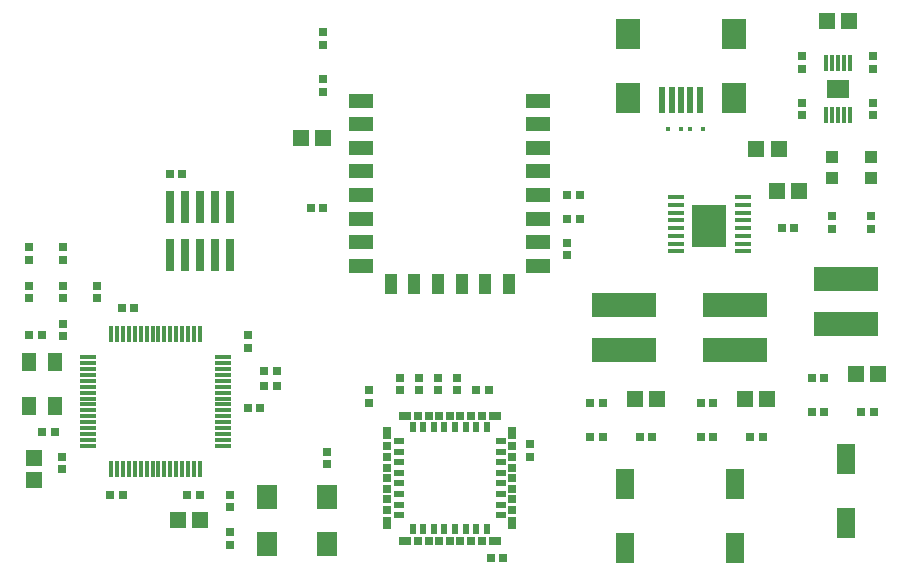
<source format=gtp>
G04 Layer_Color=8421504*
%FSLAX25Y25*%
%MOIN*%
G70*
G01*
G75*
%ADD10R,0.07402X0.06181*%
%ADD11R,0.01181X0.05512*%
%ADD12R,0.03000X0.03000*%
%ADD13R,0.05500X0.05200*%
%ADD14R,0.06400X0.10300*%
%ADD15R,0.03000X0.03000*%
%ADD16R,0.01693X0.01260*%
%ADD17R,0.04921X0.06299*%
%ADD18R,0.05200X0.05500*%
%ADD19R,0.01181X0.05807*%
%ADD20R,0.05807X0.01181*%
%ADD21R,0.02913X0.10984*%
%ADD22R,0.01969X0.03307*%
%ADD23R,0.03307X0.01969*%
%ADD24R,0.04331X0.02559*%
%ADD25R,0.02559X0.02559*%
%ADD26R,0.02559X0.04331*%
%ADD27R,0.04000X0.04000*%
%ADD28R,0.01969X0.08858*%
%ADD29R,0.07874X0.09843*%
%ADD30R,0.21654X0.08465*%
%ADD31R,0.07874X0.04724*%
%ADD32R,0.04331X0.06693*%
%ADD33R,0.07087X0.07874*%
%ADD34R,0.05800X0.01400*%
%ADD35R,0.11600X0.14100*%
D10*
X392913Y265650D02*
D03*
D11*
X388976Y274311D02*
D03*
X390945D02*
D03*
X392913D02*
D03*
X394882D02*
D03*
X396850D02*
D03*
Y256988D02*
D03*
X394882D02*
D03*
X392913D02*
D03*
X390945D02*
D03*
X388976D02*
D03*
D12*
X123228Y213025D02*
D03*
Y208825D02*
D03*
X221358Y264829D02*
D03*
Y269029D02*
D03*
X221358Y280380D02*
D03*
Y284580D02*
D03*
X134547Y208825D02*
D03*
Y213025D02*
D03*
X196161Y179396D02*
D03*
Y183596D02*
D03*
X391142Y219094D02*
D03*
Y223294D02*
D03*
X404035Y219094D02*
D03*
Y223294D02*
D03*
X134744Y187435D02*
D03*
Y183235D02*
D03*
X134252Y138943D02*
D03*
Y143143D02*
D03*
X302756Y214502D02*
D03*
Y210302D02*
D03*
X123228Y200132D02*
D03*
Y195931D02*
D03*
X134547Y200132D02*
D03*
Y195931D02*
D03*
X145866D02*
D03*
Y200132D02*
D03*
X236598Y161122D02*
D03*
Y165322D02*
D03*
X247146Y169456D02*
D03*
Y165256D02*
D03*
X253445D02*
D03*
Y169456D02*
D03*
X259744D02*
D03*
Y165256D02*
D03*
X265945Y169456D02*
D03*
Y165256D02*
D03*
X222736Y140518D02*
D03*
Y144718D02*
D03*
X190354Y113845D02*
D03*
Y118045D02*
D03*
X190354Y130447D02*
D03*
Y126247D02*
D03*
X381102Y261155D02*
D03*
Y256955D02*
D03*
X404724Y261155D02*
D03*
Y256955D02*
D03*
Y276706D02*
D03*
Y272506D02*
D03*
X381102Y276706D02*
D03*
Y272506D02*
D03*
X290256Y147277D02*
D03*
Y143077D02*
D03*
D13*
X221343Y249508D02*
D03*
X213893D02*
D03*
X399031Y170768D02*
D03*
X406481D02*
D03*
X372554Y231791D02*
D03*
X380004D02*
D03*
X180300Y121949D02*
D03*
X172850D02*
D03*
X373213Y245669D02*
D03*
X365763D02*
D03*
X325212Y162205D02*
D03*
X332662D02*
D03*
X362023D02*
D03*
X369473D02*
D03*
X396638Y288386D02*
D03*
X389188D02*
D03*
D14*
X395669Y121121D02*
D03*
Y142421D02*
D03*
X321850Y112755D02*
D03*
Y134055D02*
D03*
X358661Y112755D02*
D03*
Y134055D02*
D03*
D15*
X388419Y169291D02*
D03*
X384219D02*
D03*
X127494Y183563D02*
D03*
X123294D02*
D03*
X127821Y151279D02*
D03*
X132021D02*
D03*
X158399Y192520D02*
D03*
X154199D02*
D03*
X176050Y130413D02*
D03*
X180250D02*
D03*
X150459D02*
D03*
X154659D02*
D03*
X306923Y222441D02*
D03*
X302723D02*
D03*
X306923Y230315D02*
D03*
X302723D02*
D03*
X170243Y237402D02*
D03*
X174443D02*
D03*
X221391Y226181D02*
D03*
X217191D02*
D03*
X200427Y159449D02*
D03*
X196227D02*
D03*
X201640Y171850D02*
D03*
X205840D02*
D03*
Y166732D02*
D03*
X201640D02*
D03*
X281431Y109449D02*
D03*
X277231D02*
D03*
X276509Y165289D02*
D03*
X272309D02*
D03*
X378380Y219193D02*
D03*
X374180D02*
D03*
X314502Y160925D02*
D03*
X310302D02*
D03*
X331037Y149606D02*
D03*
X326837D02*
D03*
X310302D02*
D03*
X314502D02*
D03*
X351411Y160925D02*
D03*
X347211D02*
D03*
Y149606D02*
D03*
X351411D02*
D03*
X367848D02*
D03*
X363648D02*
D03*
X384219Y157972D02*
D03*
X388419D02*
D03*
X404856Y158071D02*
D03*
X400656D02*
D03*
D16*
X348130Y252362D02*
D03*
X343799D02*
D03*
X336319D02*
D03*
X340650D02*
D03*
D17*
X131988Y160138D02*
D03*
Y174705D02*
D03*
X123327D02*
D03*
Y160138D02*
D03*
D18*
X125000Y142701D02*
D03*
Y135251D02*
D03*
D19*
X150736Y184106D02*
D03*
X152705D02*
D03*
X154673D02*
D03*
X156642D02*
D03*
X158610D02*
D03*
X160579D02*
D03*
X162547D02*
D03*
X164516D02*
D03*
X166484D02*
D03*
X168453D02*
D03*
X170421D02*
D03*
X172390D02*
D03*
X174358D02*
D03*
X176327D02*
D03*
X178295D02*
D03*
X180264D02*
D03*
Y138925D02*
D03*
X178295D02*
D03*
X176327D02*
D03*
X174358D02*
D03*
X172390D02*
D03*
X170421D02*
D03*
X168453D02*
D03*
X166484D02*
D03*
X164516D02*
D03*
X162547D02*
D03*
X160579D02*
D03*
X158610D02*
D03*
X156642D02*
D03*
X154673D02*
D03*
X152705D02*
D03*
X150736D02*
D03*
D20*
X188091Y176279D02*
D03*
Y174311D02*
D03*
Y172343D02*
D03*
Y170374D02*
D03*
Y168405D02*
D03*
Y166437D02*
D03*
Y164469D02*
D03*
Y162500D02*
D03*
Y160531D02*
D03*
Y158563D02*
D03*
Y156595D02*
D03*
Y154626D02*
D03*
Y152657D02*
D03*
Y150689D02*
D03*
Y148721D02*
D03*
Y146752D02*
D03*
X142909D02*
D03*
Y148721D02*
D03*
Y150689D02*
D03*
Y152657D02*
D03*
Y154626D02*
D03*
Y156595D02*
D03*
Y158563D02*
D03*
Y160531D02*
D03*
Y162500D02*
D03*
Y164469D02*
D03*
Y166437D02*
D03*
Y168405D02*
D03*
Y170374D02*
D03*
Y172343D02*
D03*
Y174311D02*
D03*
Y176279D02*
D03*
D21*
X190217Y226220D02*
D03*
Y210197D02*
D03*
X185216Y226220D02*
D03*
Y210197D02*
D03*
X180217Y226220D02*
D03*
Y210197D02*
D03*
X175216Y226220D02*
D03*
Y210197D02*
D03*
X170217Y226220D02*
D03*
Y210197D02*
D03*
D22*
X251181Y118996D02*
D03*
X254724D02*
D03*
X258268D02*
D03*
X261811D02*
D03*
X265354D02*
D03*
X268898D02*
D03*
X272441D02*
D03*
X275984D02*
D03*
Y152933D02*
D03*
X272441D02*
D03*
X268898D02*
D03*
X265354D02*
D03*
X261811D02*
D03*
X258268D02*
D03*
X254724D02*
D03*
X251181D02*
D03*
D23*
X280551Y123563D02*
D03*
Y127106D02*
D03*
Y130650D02*
D03*
Y134193D02*
D03*
Y137736D02*
D03*
Y141279D02*
D03*
Y144823D02*
D03*
Y148366D02*
D03*
X246614D02*
D03*
Y144823D02*
D03*
Y141279D02*
D03*
Y137736D02*
D03*
Y134193D02*
D03*
Y130650D02*
D03*
Y127106D02*
D03*
Y123563D02*
D03*
D24*
X248524Y115079D02*
D03*
X278642D02*
D03*
Y156850D02*
D03*
X248524D02*
D03*
D25*
X252953Y115079D02*
D03*
X256496D02*
D03*
X260039D02*
D03*
X263583D02*
D03*
X267126D02*
D03*
X270669D02*
D03*
X274213D02*
D03*
X284469Y125335D02*
D03*
Y128878D02*
D03*
Y132421D02*
D03*
Y135965D02*
D03*
Y139508D02*
D03*
Y143051D02*
D03*
Y146595D02*
D03*
X274213Y156850D02*
D03*
X270669D02*
D03*
X267126D02*
D03*
X263583D02*
D03*
X260039D02*
D03*
X256496D02*
D03*
X252953D02*
D03*
X242697Y146595D02*
D03*
Y143051D02*
D03*
Y139508D02*
D03*
Y135965D02*
D03*
Y132421D02*
D03*
Y128878D02*
D03*
Y125335D02*
D03*
D26*
X284469Y120905D02*
D03*
Y151024D02*
D03*
X242697D02*
D03*
Y120905D02*
D03*
D27*
X391043Y242870D02*
D03*
Y235870D02*
D03*
X403937Y242969D02*
D03*
Y235968D02*
D03*
D28*
X346949Y262106D02*
D03*
X343799D02*
D03*
X340650D02*
D03*
X337500D02*
D03*
X334350D02*
D03*
D29*
X358169Y262598D02*
D03*
Y284055D02*
D03*
X323130D02*
D03*
Y262598D02*
D03*
D30*
X395571Y202362D02*
D03*
Y187205D02*
D03*
X321752Y193799D02*
D03*
Y178642D02*
D03*
X358661Y193799D02*
D03*
Y178642D02*
D03*
D31*
X234055Y261811D02*
D03*
Y253937D02*
D03*
Y246063D02*
D03*
Y238189D02*
D03*
Y230315D02*
D03*
Y222441D02*
D03*
Y214567D02*
D03*
Y206693D02*
D03*
X293110D02*
D03*
Y214567D02*
D03*
Y222441D02*
D03*
Y230315D02*
D03*
Y238189D02*
D03*
Y246063D02*
D03*
Y253937D02*
D03*
Y261811D02*
D03*
D32*
X243898Y200787D02*
D03*
X251772D02*
D03*
X259646D02*
D03*
X267520D02*
D03*
X275394D02*
D03*
X283268D02*
D03*
D33*
X202795Y113976D02*
D03*
X222795D02*
D03*
Y129724D02*
D03*
X202795D02*
D03*
D34*
X339097Y229571D02*
D03*
Y226971D02*
D03*
Y224371D02*
D03*
Y221871D02*
D03*
Y219271D02*
D03*
Y216771D02*
D03*
Y214171D02*
D03*
Y211571D02*
D03*
X361297D02*
D03*
Y214171D02*
D03*
Y216771D02*
D03*
Y219271D02*
D03*
Y221871D02*
D03*
Y224371D02*
D03*
Y226971D02*
D03*
Y229571D02*
D03*
D35*
X350097Y220171D02*
D03*
M02*

</source>
